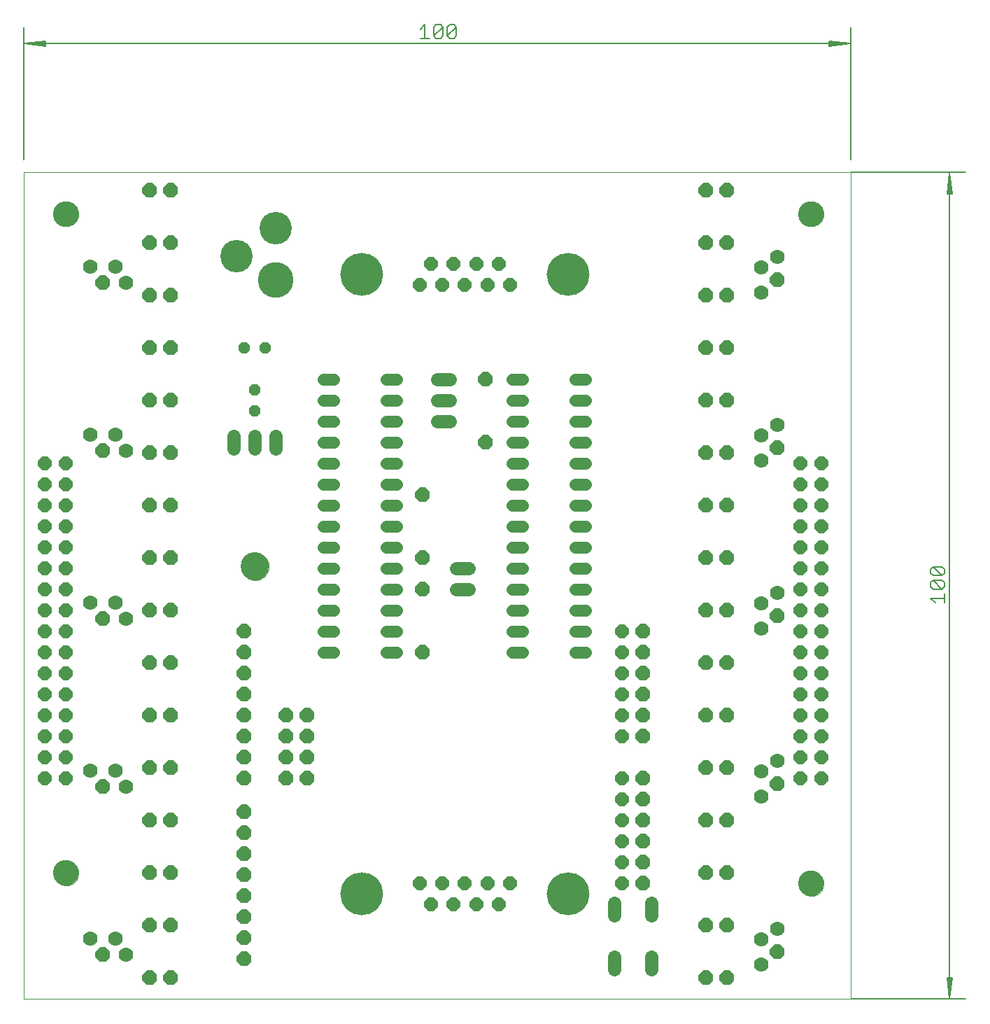
<source format=gts>
G75*
%MOIN*%
%OFA0B0*%
%FSLAX24Y24*%
%IPPOS*%
%LPD*%
%AMOC8*
5,1,8,0,0,1.08239X$1,22.5*
%
%ADD10C,0.0000*%
%ADD11C,0.0051*%
%ADD12C,0.0060*%
%ADD13C,0.0560*%
%ADD14OC8,0.0640*%
%ADD15C,0.2040*%
%ADD16C,0.0700*%
%ADD17OC8,0.0700*%
%ADD18C,0.0640*%
%ADD19C,0.1340*%
%ADD20C,0.1700*%
%ADD21C,0.1542*%
%ADD22OC8,0.0560*%
%ADD23C,0.1221*%
D10*
X000180Y010200D02*
X000180Y049570D01*
X039550Y049570D01*
X039550Y010200D01*
X000180Y010200D01*
X001589Y016200D02*
X001591Y016248D01*
X001597Y016296D01*
X001607Y016343D01*
X001620Y016389D01*
X001638Y016434D01*
X001658Y016478D01*
X001683Y016520D01*
X001711Y016559D01*
X001741Y016596D01*
X001775Y016630D01*
X001812Y016662D01*
X001850Y016691D01*
X001891Y016716D01*
X001934Y016738D01*
X001979Y016756D01*
X002025Y016770D01*
X002072Y016781D01*
X002120Y016788D01*
X002168Y016791D01*
X002216Y016790D01*
X002264Y016785D01*
X002312Y016776D01*
X002358Y016764D01*
X002403Y016747D01*
X002447Y016727D01*
X002489Y016704D01*
X002529Y016677D01*
X002567Y016647D01*
X002602Y016614D01*
X002634Y016578D01*
X002664Y016540D01*
X002690Y016499D01*
X002712Y016456D01*
X002732Y016412D01*
X002747Y016367D01*
X002759Y016320D01*
X002767Y016272D01*
X002771Y016224D01*
X002771Y016176D01*
X002767Y016128D01*
X002759Y016080D01*
X002747Y016033D01*
X002732Y015988D01*
X002712Y015944D01*
X002690Y015901D01*
X002664Y015860D01*
X002634Y015822D01*
X002602Y015786D01*
X002567Y015753D01*
X002529Y015723D01*
X002489Y015696D01*
X002447Y015673D01*
X002403Y015653D01*
X002358Y015636D01*
X002312Y015624D01*
X002264Y015615D01*
X002216Y015610D01*
X002168Y015609D01*
X002120Y015612D01*
X002072Y015619D01*
X002025Y015630D01*
X001979Y015644D01*
X001934Y015662D01*
X001891Y015684D01*
X001850Y015709D01*
X001812Y015738D01*
X001775Y015770D01*
X001741Y015804D01*
X001711Y015841D01*
X001683Y015880D01*
X001658Y015922D01*
X001638Y015966D01*
X001620Y016011D01*
X001607Y016057D01*
X001597Y016104D01*
X001591Y016152D01*
X001589Y016200D01*
X010530Y030800D02*
X010532Y030850D01*
X010538Y030900D01*
X010548Y030950D01*
X010561Y030998D01*
X010578Y031046D01*
X010599Y031092D01*
X010623Y031136D01*
X010651Y031178D01*
X010682Y031218D01*
X010716Y031255D01*
X010753Y031290D01*
X010792Y031321D01*
X010833Y031350D01*
X010877Y031375D01*
X010923Y031397D01*
X010970Y031415D01*
X011018Y031429D01*
X011067Y031440D01*
X011117Y031447D01*
X011167Y031450D01*
X011218Y031449D01*
X011268Y031444D01*
X011318Y031435D01*
X011366Y031423D01*
X011414Y031406D01*
X011460Y031386D01*
X011505Y031363D01*
X011548Y031336D01*
X011588Y031306D01*
X011626Y031273D01*
X011661Y031237D01*
X011694Y031198D01*
X011723Y031157D01*
X011749Y031114D01*
X011772Y031069D01*
X011791Y031022D01*
X011806Y030974D01*
X011818Y030925D01*
X011826Y030875D01*
X011830Y030825D01*
X011830Y030775D01*
X011826Y030725D01*
X011818Y030675D01*
X011806Y030626D01*
X011791Y030578D01*
X011772Y030531D01*
X011749Y030486D01*
X011723Y030443D01*
X011694Y030402D01*
X011661Y030363D01*
X011626Y030327D01*
X011588Y030294D01*
X011548Y030264D01*
X011505Y030237D01*
X011460Y030214D01*
X011414Y030194D01*
X011366Y030177D01*
X011318Y030165D01*
X011268Y030156D01*
X011218Y030151D01*
X011167Y030150D01*
X011117Y030153D01*
X011067Y030160D01*
X011018Y030171D01*
X010970Y030185D01*
X010923Y030203D01*
X010877Y030225D01*
X010833Y030250D01*
X010792Y030279D01*
X010753Y030310D01*
X010716Y030345D01*
X010682Y030382D01*
X010651Y030422D01*
X010623Y030464D01*
X010599Y030508D01*
X010578Y030554D01*
X010561Y030602D01*
X010548Y030650D01*
X010538Y030700D01*
X010532Y030750D01*
X010530Y030800D01*
X001589Y047594D02*
X001591Y047642D01*
X001597Y047690D01*
X001607Y047737D01*
X001620Y047783D01*
X001638Y047828D01*
X001658Y047872D01*
X001683Y047914D01*
X001711Y047953D01*
X001741Y047990D01*
X001775Y048024D01*
X001812Y048056D01*
X001850Y048085D01*
X001891Y048110D01*
X001934Y048132D01*
X001979Y048150D01*
X002025Y048164D01*
X002072Y048175D01*
X002120Y048182D01*
X002168Y048185D01*
X002216Y048184D01*
X002264Y048179D01*
X002312Y048170D01*
X002358Y048158D01*
X002403Y048141D01*
X002447Y048121D01*
X002489Y048098D01*
X002529Y048071D01*
X002567Y048041D01*
X002602Y048008D01*
X002634Y047972D01*
X002664Y047934D01*
X002690Y047893D01*
X002712Y047850D01*
X002732Y047806D01*
X002747Y047761D01*
X002759Y047714D01*
X002767Y047666D01*
X002771Y047618D01*
X002771Y047570D01*
X002767Y047522D01*
X002759Y047474D01*
X002747Y047427D01*
X002732Y047382D01*
X002712Y047338D01*
X002690Y047295D01*
X002664Y047254D01*
X002634Y047216D01*
X002602Y047180D01*
X002567Y047147D01*
X002529Y047117D01*
X002489Y047090D01*
X002447Y047067D01*
X002403Y047047D01*
X002358Y047030D01*
X002312Y047018D01*
X002264Y047009D01*
X002216Y047004D01*
X002168Y047003D01*
X002120Y047006D01*
X002072Y047013D01*
X002025Y047024D01*
X001979Y047038D01*
X001934Y047056D01*
X001891Y047078D01*
X001850Y047103D01*
X001812Y047132D01*
X001775Y047164D01*
X001741Y047198D01*
X001711Y047235D01*
X001683Y047274D01*
X001658Y047316D01*
X001638Y047360D01*
X001620Y047405D01*
X001607Y047451D01*
X001597Y047498D01*
X001591Y047546D01*
X001589Y047594D01*
X037089Y047594D02*
X037091Y047642D01*
X037097Y047690D01*
X037107Y047737D01*
X037120Y047783D01*
X037138Y047828D01*
X037158Y047872D01*
X037183Y047914D01*
X037211Y047953D01*
X037241Y047990D01*
X037275Y048024D01*
X037312Y048056D01*
X037350Y048085D01*
X037391Y048110D01*
X037434Y048132D01*
X037479Y048150D01*
X037525Y048164D01*
X037572Y048175D01*
X037620Y048182D01*
X037668Y048185D01*
X037716Y048184D01*
X037764Y048179D01*
X037812Y048170D01*
X037858Y048158D01*
X037903Y048141D01*
X037947Y048121D01*
X037989Y048098D01*
X038029Y048071D01*
X038067Y048041D01*
X038102Y048008D01*
X038134Y047972D01*
X038164Y047934D01*
X038190Y047893D01*
X038212Y047850D01*
X038232Y047806D01*
X038247Y047761D01*
X038259Y047714D01*
X038267Y047666D01*
X038271Y047618D01*
X038271Y047570D01*
X038267Y047522D01*
X038259Y047474D01*
X038247Y047427D01*
X038232Y047382D01*
X038212Y047338D01*
X038190Y047295D01*
X038164Y047254D01*
X038134Y047216D01*
X038102Y047180D01*
X038067Y047147D01*
X038029Y047117D01*
X037989Y047090D01*
X037947Y047067D01*
X037903Y047047D01*
X037858Y047030D01*
X037812Y047018D01*
X037764Y047009D01*
X037716Y047004D01*
X037668Y047003D01*
X037620Y047006D01*
X037572Y047013D01*
X037525Y047024D01*
X037479Y047038D01*
X037434Y047056D01*
X037391Y047078D01*
X037350Y047103D01*
X037312Y047132D01*
X037275Y047164D01*
X037241Y047198D01*
X037211Y047235D01*
X037183Y047274D01*
X037158Y047316D01*
X037138Y047360D01*
X037120Y047405D01*
X037107Y047451D01*
X037097Y047498D01*
X037091Y047546D01*
X037089Y047594D01*
X037089Y015700D02*
X037091Y015748D01*
X037097Y015796D01*
X037107Y015843D01*
X037120Y015889D01*
X037138Y015934D01*
X037158Y015978D01*
X037183Y016020D01*
X037211Y016059D01*
X037241Y016096D01*
X037275Y016130D01*
X037312Y016162D01*
X037350Y016191D01*
X037391Y016216D01*
X037434Y016238D01*
X037479Y016256D01*
X037525Y016270D01*
X037572Y016281D01*
X037620Y016288D01*
X037668Y016291D01*
X037716Y016290D01*
X037764Y016285D01*
X037812Y016276D01*
X037858Y016264D01*
X037903Y016247D01*
X037947Y016227D01*
X037989Y016204D01*
X038029Y016177D01*
X038067Y016147D01*
X038102Y016114D01*
X038134Y016078D01*
X038164Y016040D01*
X038190Y015999D01*
X038212Y015956D01*
X038232Y015912D01*
X038247Y015867D01*
X038259Y015820D01*
X038267Y015772D01*
X038271Y015724D01*
X038271Y015676D01*
X038267Y015628D01*
X038259Y015580D01*
X038247Y015533D01*
X038232Y015488D01*
X038212Y015444D01*
X038190Y015401D01*
X038164Y015360D01*
X038134Y015322D01*
X038102Y015286D01*
X038067Y015253D01*
X038029Y015223D01*
X037989Y015196D01*
X037947Y015173D01*
X037903Y015153D01*
X037858Y015136D01*
X037812Y015124D01*
X037764Y015115D01*
X037716Y015110D01*
X037668Y015109D01*
X037620Y015112D01*
X037572Y015119D01*
X037525Y015130D01*
X037479Y015144D01*
X037434Y015162D01*
X037391Y015184D01*
X037350Y015209D01*
X037312Y015238D01*
X037275Y015270D01*
X037241Y015304D01*
X037211Y015341D01*
X037183Y015380D01*
X037158Y015422D01*
X037138Y015466D01*
X037120Y015511D01*
X037107Y015557D01*
X037097Y015604D01*
X037091Y015652D01*
X037089Y015700D01*
D11*
X039550Y010200D02*
X045042Y010200D01*
X044274Y010226D02*
X044377Y011224D01*
X044400Y011224D02*
X044274Y010226D01*
X044172Y011224D01*
X044149Y011224D02*
X044400Y011224D01*
X044326Y011224D02*
X044274Y010226D01*
X044223Y011224D01*
X044149Y011224D02*
X044274Y010226D01*
X044274Y049544D01*
X044377Y048546D01*
X044400Y048546D02*
X044274Y049544D01*
X044172Y048546D01*
X044149Y048546D02*
X044400Y048546D01*
X044326Y048546D02*
X044274Y049544D01*
X044223Y048546D01*
X044149Y048546D02*
X044274Y049544D01*
X045042Y049570D02*
X039550Y049570D01*
X039550Y050196D02*
X039550Y056468D01*
X039524Y055700D02*
X038526Y055598D01*
X038526Y055574D02*
X039524Y055700D01*
X038526Y055802D01*
X038526Y055826D02*
X038526Y055574D01*
X038526Y055649D02*
X039524Y055700D01*
X038526Y055751D01*
X038526Y055826D02*
X039524Y055700D01*
X000206Y055700D01*
X001204Y055598D01*
X001204Y055574D02*
X000206Y055700D01*
X001204Y055802D01*
X001204Y055826D02*
X001204Y055574D01*
X001204Y055649D02*
X000206Y055700D01*
X001204Y055751D01*
X001204Y055826D02*
X000206Y055700D01*
X000180Y056468D02*
X000180Y050196D01*
D12*
X019059Y055956D02*
X019486Y055956D01*
X019272Y055956D02*
X019272Y056597D01*
X019059Y056383D01*
X019703Y056490D02*
X019810Y056597D01*
X020024Y056597D01*
X020130Y056490D01*
X019703Y056063D01*
X019810Y055956D01*
X020024Y055956D01*
X020130Y056063D01*
X020130Y056490D01*
X020348Y056490D02*
X020348Y056063D01*
X020775Y056490D01*
X020775Y056063D01*
X020668Y055956D01*
X020455Y055956D01*
X020348Y056063D01*
X020348Y056490D02*
X020455Y056597D01*
X020668Y056597D01*
X020775Y056490D01*
X019703Y056490D02*
X019703Y056063D01*
X043485Y030795D02*
X043378Y030688D01*
X043378Y030475D01*
X043485Y030368D01*
X043912Y030368D01*
X043485Y030795D01*
X043912Y030795D01*
X044018Y030688D01*
X044018Y030475D01*
X043912Y030368D01*
X043912Y030150D02*
X043485Y030150D01*
X043912Y029723D01*
X044018Y029830D01*
X044018Y030044D01*
X043912Y030150D01*
X043912Y029723D02*
X043485Y029723D01*
X043378Y029830D01*
X043378Y030044D01*
X043485Y030150D01*
X044018Y029506D02*
X044018Y029079D01*
X044018Y029292D02*
X043378Y029292D01*
X043591Y029079D01*
D13*
X026940Y028700D02*
X026420Y028700D01*
X026420Y027700D02*
X026940Y027700D01*
X026940Y026700D02*
X026420Y026700D01*
X023940Y026700D02*
X023420Y026700D01*
X023420Y027700D02*
X023940Y027700D01*
X023940Y028700D02*
X023420Y028700D01*
X023420Y029700D02*
X023940Y029700D01*
X023940Y030700D02*
X023420Y030700D01*
X023420Y031700D02*
X023940Y031700D01*
X023940Y032700D02*
X023420Y032700D01*
X023420Y033700D02*
X023940Y033700D01*
X023940Y034700D02*
X023420Y034700D01*
X023420Y035700D02*
X023940Y035700D01*
X023940Y036700D02*
X023420Y036700D01*
X023420Y037700D02*
X023940Y037700D01*
X023940Y038700D02*
X023420Y038700D01*
X023420Y039700D02*
X023940Y039700D01*
X026420Y039700D02*
X026940Y039700D01*
X026940Y038700D02*
X026420Y038700D01*
X026420Y037700D02*
X026940Y037700D01*
X026940Y036700D02*
X026420Y036700D01*
X026420Y035700D02*
X026940Y035700D01*
X026940Y034700D02*
X026420Y034700D01*
X026420Y033700D02*
X026940Y033700D01*
X026940Y032700D02*
X026420Y032700D01*
X026420Y031700D02*
X026940Y031700D01*
X026940Y030700D02*
X026420Y030700D01*
X026420Y029700D02*
X026940Y029700D01*
X017940Y029700D02*
X017420Y029700D01*
X017420Y030700D02*
X017940Y030700D01*
X017940Y031700D02*
X017420Y031700D01*
X017420Y032700D02*
X017940Y032700D01*
X017940Y033700D02*
X017420Y033700D01*
X017420Y034700D02*
X017940Y034700D01*
X017940Y035700D02*
X017420Y035700D01*
X017420Y036700D02*
X017940Y036700D01*
X017940Y037700D02*
X017420Y037700D01*
X017420Y038700D02*
X017940Y038700D01*
X017940Y039700D02*
X017420Y039700D01*
X014940Y039700D02*
X014420Y039700D01*
X014420Y038700D02*
X014940Y038700D01*
X014940Y037700D02*
X014420Y037700D01*
X014420Y036700D02*
X014940Y036700D01*
X014940Y035700D02*
X014420Y035700D01*
X014420Y034700D02*
X014940Y034700D01*
X014940Y033700D02*
X014420Y033700D01*
X014420Y032700D02*
X014940Y032700D01*
X014940Y031700D02*
X014420Y031700D01*
X014420Y030700D02*
X014940Y030700D01*
X014940Y029700D02*
X014420Y029700D01*
X014420Y028700D02*
X014940Y028700D01*
X014940Y027700D02*
X014420Y027700D01*
X014420Y026700D02*
X014940Y026700D01*
X017420Y026700D02*
X017940Y026700D01*
X017940Y027700D02*
X017420Y027700D01*
X017420Y028700D02*
X017940Y028700D01*
D14*
X019020Y015700D03*
X020100Y015700D03*
X021180Y015700D03*
X020640Y014700D03*
X019560Y014700D03*
X021720Y014700D03*
X022800Y014700D03*
X022260Y015700D03*
X023340Y015700D03*
X028680Y015700D03*
X028680Y016700D03*
X028680Y017700D03*
X028680Y018700D03*
X028680Y019700D03*
X028680Y020700D03*
X028680Y022700D03*
X028680Y023700D03*
X028680Y024700D03*
X028680Y025700D03*
X028680Y026700D03*
X028680Y027700D03*
X037180Y027700D03*
X037180Y026700D03*
X037180Y025700D03*
X037180Y024700D03*
X037180Y023700D03*
X037180Y022700D03*
X037180Y021700D03*
X037180Y020700D03*
X038180Y020700D03*
X038180Y021700D03*
X038180Y022700D03*
X038180Y023700D03*
X038180Y024700D03*
X038180Y025700D03*
X038180Y026700D03*
X038180Y027700D03*
X038180Y028700D03*
X038180Y029700D03*
X038180Y030700D03*
X038180Y031700D03*
X038180Y032700D03*
X038180Y033700D03*
X038180Y034700D03*
X038180Y035700D03*
X037180Y035700D03*
X037180Y034700D03*
X037180Y033700D03*
X037180Y032700D03*
X037180Y031700D03*
X037180Y030700D03*
X037180Y029700D03*
X037180Y028700D03*
X023340Y044200D03*
X022260Y044200D03*
X021720Y045200D03*
X022800Y045200D03*
X021180Y044200D03*
X020100Y044200D03*
X019020Y044200D03*
X019560Y045200D03*
X020640Y045200D03*
X002180Y035700D03*
X002180Y034700D03*
X002180Y033700D03*
X002180Y032700D03*
X002180Y031700D03*
X002180Y030700D03*
X002180Y029700D03*
X002180Y028700D03*
X002180Y027700D03*
X002180Y026700D03*
X002180Y025700D03*
X002180Y024700D03*
X002180Y023700D03*
X002180Y022700D03*
X002180Y021700D03*
X002180Y020700D03*
X001180Y020700D03*
X001180Y021700D03*
X001180Y022700D03*
X001180Y023700D03*
X001180Y024700D03*
X001180Y025700D03*
X001180Y026700D03*
X001180Y027700D03*
X001180Y028700D03*
X001180Y029700D03*
X001180Y030700D03*
X001180Y031700D03*
X001180Y032700D03*
X001180Y033700D03*
X001180Y034700D03*
X001180Y035700D03*
D15*
X016250Y044700D03*
X026110Y044700D03*
X026110Y015200D03*
X016250Y015200D03*
D16*
X005030Y012319D03*
X004530Y013081D03*
X003330Y013081D03*
X005030Y020319D03*
X004530Y021081D03*
X003330Y021081D03*
X005030Y028319D03*
X004530Y029081D03*
X003330Y029081D03*
X005030Y036319D03*
X004530Y037081D03*
X003330Y037081D03*
X005030Y044319D03*
X004530Y045081D03*
X003330Y045081D03*
X035299Y045050D03*
X036061Y045550D03*
X035299Y043850D03*
X036061Y037550D03*
X035299Y037050D03*
X035299Y035850D03*
X036061Y029550D03*
X035299Y029050D03*
X035299Y027850D03*
X036061Y021550D03*
X035299Y021050D03*
X035299Y019850D03*
X036061Y013550D03*
X035299Y013050D03*
X035299Y011850D03*
D17*
X036061Y012450D03*
X033680Y011200D03*
X032680Y011200D03*
X032680Y013700D03*
X033680Y013700D03*
X033680Y016200D03*
X032680Y016200D03*
X032680Y018700D03*
X033680Y018700D03*
X033680Y021200D03*
X032680Y021200D03*
X032680Y023700D03*
X033680Y023700D03*
X033680Y026200D03*
X032680Y026200D03*
X032680Y028700D03*
X033680Y028700D03*
X033680Y031200D03*
X032680Y031200D03*
X032680Y033700D03*
X033680Y033700D03*
X033680Y036200D03*
X032680Y036200D03*
X032680Y038700D03*
X033680Y038700D03*
X033680Y041200D03*
X032680Y041200D03*
X032680Y043700D03*
X033680Y043700D03*
X036061Y044450D03*
X033680Y046200D03*
X032680Y046200D03*
X032680Y048700D03*
X033680Y048700D03*
X036061Y036450D03*
X036061Y028450D03*
X029680Y027700D03*
X029680Y026700D03*
X029680Y025700D03*
X029680Y024700D03*
X029680Y023700D03*
X029680Y022700D03*
X029680Y020700D03*
X029680Y019700D03*
X029680Y018700D03*
X029680Y017700D03*
X029680Y016700D03*
X029680Y015700D03*
X036061Y020450D03*
X022180Y036700D03*
X022180Y039700D03*
X019180Y034200D03*
X019180Y031200D03*
X019180Y029700D03*
X019180Y026700D03*
X013680Y023700D03*
X013680Y022700D03*
X013680Y021700D03*
X013680Y020700D03*
X012680Y020700D03*
X012680Y021700D03*
X012680Y022700D03*
X012680Y023700D03*
X010680Y023700D03*
X010680Y022700D03*
X010680Y021700D03*
X010680Y020700D03*
X010680Y019100D03*
X010680Y018100D03*
X010680Y017100D03*
X010680Y016100D03*
X010680Y015100D03*
X010680Y014100D03*
X010680Y013100D03*
X010680Y012100D03*
X007180Y011200D03*
X006180Y011200D03*
X006180Y013700D03*
X007180Y013700D03*
X007180Y016200D03*
X006180Y016200D03*
X006180Y018700D03*
X007180Y018700D03*
X007180Y021200D03*
X006180Y021200D03*
X006180Y023700D03*
X007180Y023700D03*
X007180Y026200D03*
X006180Y026200D03*
X006180Y028700D03*
X007180Y028700D03*
X007180Y031200D03*
X006180Y031200D03*
X006180Y033700D03*
X007180Y033700D03*
X007180Y036200D03*
X006180Y036200D03*
X006180Y038700D03*
X007180Y038700D03*
X007180Y041200D03*
X006180Y041200D03*
X006180Y043700D03*
X007180Y043700D03*
X007180Y046200D03*
X006180Y046200D03*
X006180Y048700D03*
X007180Y048700D03*
X003930Y044319D03*
X003930Y036319D03*
X003930Y028319D03*
X003930Y020319D03*
X003930Y012319D03*
X010680Y024700D03*
X010680Y025700D03*
X010680Y026700D03*
X010680Y027700D03*
D18*
X010180Y036400D02*
X010180Y037000D01*
X011180Y037000D02*
X011180Y036400D01*
X012180Y036400D02*
X012180Y037000D01*
X019880Y037700D02*
X020480Y037700D01*
X020480Y038700D02*
X019880Y038700D01*
X019880Y039700D02*
X020480Y039700D01*
X020774Y030700D02*
X021374Y030700D01*
X021374Y029700D02*
X020774Y029700D01*
X028290Y014780D02*
X028290Y014180D01*
X028290Y012220D02*
X028290Y011620D01*
X030070Y011620D02*
X030070Y012220D01*
X030070Y014180D02*
X030070Y014780D01*
D19*
X011180Y030800D03*
D20*
X012180Y044452D03*
D21*
X010290Y045574D03*
X012180Y046913D03*
D22*
X011680Y041200D03*
X010680Y041200D03*
X011180Y039200D03*
X011180Y038200D03*
D23*
X002180Y047594D03*
X002180Y016200D03*
X037680Y015700D03*
X037680Y047594D03*
M02*

</source>
